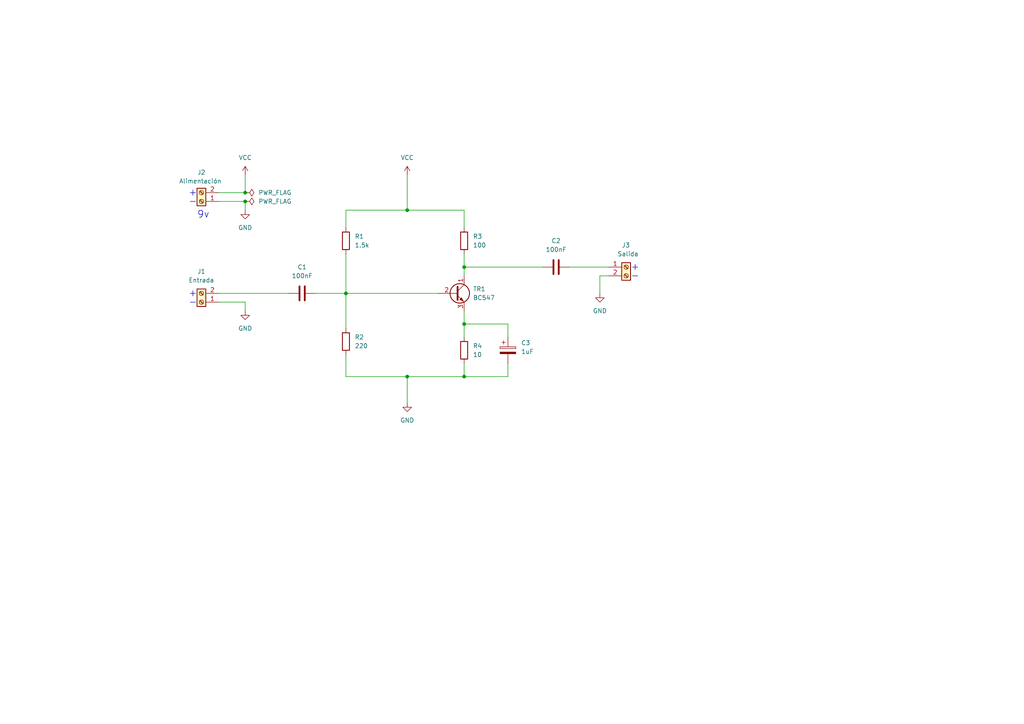
<source format=kicad_sch>
(kicad_sch (version 20230121) (generator eeschema)
  (paper "A4")
  (title_block (title "Amplificador de pequeña señal") (date "2024-05-08") (company "Alejandro Alonso Puig"))
  (lib_symbols
    (symbol "Connector:Screw_Terminal_01x02" (pin_names (offset 1.016) hide)
      (property "Reference" "J" (at 0 2.54 0))
      (property "Value" "Screw_Terminal_01x02" (at 0 -5.08 0))
      (symbol "Screw_Terminal_01x02_1_1"
        (rectangle (start -1.27 1.27) (end 1.27 -3.81) (stroke (width 0.254)) (fill (type background)))
        (circle (center 0 -2.54) (radius 0.635) (stroke (width 0.1524)))
        (polyline (pts (xy -0.5334 -2.2098) (xy 0.3302 -3.048)) (stroke (width 0.1524)))
        (polyline (pts (xy -0.5334 0.3302) (xy 0.3302 -0.508)) (stroke (width 0.1524)))
        (polyline (pts (xy -0.3556 -2.032) (xy 0.508 -2.8702)) (stroke (width 0.1524)))
        (polyline (pts (xy -0.3556 0.508) (xy 0.508 -0.3302)) (stroke (width 0.1524)))
        (circle (center 0 0) (radius 0.635) (stroke (width 0.1524)))
        (pin passive line (at -5.08 0 0) (length 3.81) (name "Pin_1") (number "1"))
        (pin passive line (at -5.08 -2.54 0) (length 3.81) (name "Pin_2") (number "2"))
      )
    )
    (symbol "Device:C" (pin_numbers hide) (pin_names (offset 0.254))
      (property "Reference" "C" (at 0.635 2.54 0))
      (property "Value" "C" (at 0.635 -2.54 0))
      (symbol "C_0_1"
        (polyline (pts (xy -2.032 -0.762) (xy 2.032 -0.762)) (stroke (width 0.508)))
        (polyline (pts (xy -2.032 0.762) (xy 2.032 0.762)) (stroke (width 0.508)))
      )
      (symbol "C_1_1"
        (pin passive line (at 0 3.81 270) (length 2.794) (name "~") (number "1"))
        (pin passive line (at 0 -3.81 90) (length 2.794) (name "~") (number "2"))
      )
    )
    (symbol "Device:C_Polarized" (pin_numbers hide) (pin_names (offset 0.254))
      (property "Reference" "C" (at 0.635 2.54 0))
      (property "Value" "C_Polarized" (at 0.635 -2.54 0))
      (symbol "C_Polarized_0_1"
        (rectangle (start -2.286 0.508) (end 2.286 1.016))
        (polyline (pts (xy -1.778 2.286) (xy -0.762 2.286)))
        (polyline (pts (xy -1.27 2.794) (xy -1.27 1.778)))
        (rectangle (start 2.286 -0.508) (end -2.286 -1.016) (fill (type outline)))
      )
      (symbol "C_Polarized_1_1"
        (pin passive line (at 0 3.81 270) (length 2.794) (name "~") (number "1"))
        (pin passive line (at 0 -3.81 90) (length 2.794) (name "~") (number "2"))
      )
    )
    (symbol "Device:R" (pin_numbers hide) (pin_names (offset 0))
      (property "Reference" "R" (at 2.032 0 90))
      (property "Value" "R" (at 0 0 90))
      (symbol "R_0_1"
        (rectangle (start -1.016 -2.54) (end 1.016 2.54) (stroke (width 0.254)))
      )
      (symbol "R_1_1"
        (pin passive line (at 0 3.81 270) (length 1.27) (name "~") (number "1"))
        (pin passive line (at 0 -3.81 90) (length 1.27) (name "~") (number "2"))
      )
    )
    (symbol "Transistor_BJT:BC547" (pin_names (offset 0) hide)
      (property "Reference" "Q" (at 5.08 1.905 0))
      (property "Value" "BC547" (at 5.08 0 0))
      (symbol "BC547_0_1"
        (polyline (pts (xy 0 0) (xy 0.635 0)))
        (polyline (pts (xy 0.635 0.635) (xy 2.54 2.54)))
        (polyline (pts (xy 0.635 -0.635) (xy 2.54 -2.54) (xy 2.54 -2.54)))
        (polyline (pts (xy 0.635 1.905) (xy 0.635 -1.905) (xy 0.635 -1.905)) (stroke (width 0.508)))
        (polyline (pts (xy 1.27 -1.778) (xy 1.778 -1.27) (xy 2.286 -2.286) (xy 1.27 -1.778) (xy 1.27 -1.778)) (fill (type outline)))
        (circle (center 1.27 0) (radius 2.8194) (stroke (width 0.254)))
      )
      (symbol "BC547_1_1"
        (pin passive line (at 2.54 5.08 270) (length 2.54) (name "C") (number "1"))
        (pin input line (at -5.08 0 0) (length 5.08) (name "B") (number "2"))
        (pin passive line (at 2.54 -5.08 90) (length 2.54) (name "E") (number "3"))
      )
    )
    (symbol "power:GND" (power) (pin_names (offset 0))
      (property "Value" "GND" (at 0 -3.81 0))
      (symbol "GND_0_1"
        (polyline (pts (xy 0 0) (xy 0 -1.27) (xy 1.27 -1.27) (xy 0 -2.54) (xy -1.27 -1.27) (xy 0 -1.27)))
      )
      (symbol "GND_1_1"
        (pin power_in line (at 0 0 270) (length 0) hide (name "GND") (number "1"))
      )
    )
    (symbol "power:PWR_FLAG" (power) (pin_numbers hide) (pin_names (offset 0) hide)
      (property "Value" "PWR_FLAG" (at 0 3.81 0))
      (symbol "PWR_FLAG_0_0"
        (pin power_out line (at 0 0 90) (length 0) (name "pwr") (number "1"))
      )
      (symbol "PWR_FLAG_0_1"
        (polyline (pts (xy 0 0) (xy 0 1.27) (xy -1.016 1.905) (xy 0 2.54) (xy 1.016 1.905) (xy 0 1.27)))
      )
    )
    (symbol "power:VCC" (power) (pin_names (offset 0))
      (property "Value" "VCC" (at 0 3.81 0))
      (symbol "VCC_0_1"
        (polyline (pts (xy -0.762 1.27) (xy 0 2.54)))
        (polyline (pts (xy 0 0) (xy 0 2.54)))
        (polyline (pts (xy 0 2.54) (xy 0.762 1.27)))
      )
      (symbol "VCC_1_1"
        (pin power_in line (at 0 0 90) (length 0) hide (name "VCC") (number "1"))
      )
    )
  )
  (junction (at 118.11 60.96))
  (junction (at 134.62 109.22))
  (junction (at 134.62 93.98))
  (junction (at 71.12 55.88))
  (junction (at 134.62 77.47))
  (junction (at 71.12 58.42))
  (junction (at 118.11 109.22))
  (junction (at 100.33 85.09))
  (wire (pts (xy 173.99 80.01) (xy 173.99 85.09)))
  (wire (pts (xy 176.53 80.01) (xy 173.99 80.01)))
  (wire (pts (xy 100.33 85.09) (xy 100.33 95.25)))
  (wire (pts (xy 100.33 85.09) (xy 127 85.09)))
  (wire (pts (xy 100.33 60.96) (xy 118.11 60.96)))
  (wire (pts (xy 71.12 58.42) (xy 71.12 60.96)))
  (wire (pts (xy 134.62 73.66) (xy 134.62 77.47)))
  (wire (pts (xy 118.11 50.8) (xy 118.11 60.96)))
  (wire (pts (xy 63.5 87.63) (xy 71.12 87.63)))
  (wire (pts (xy 118.11 109.22) (xy 118.11 116.84)))
  (wire (pts (xy 147.32 93.98) (xy 134.62 93.98)))
  (wire (pts (xy 134.62 60.96) (xy 134.62 66.04)))
  (wire (pts (xy 100.33 109.22) (xy 118.11 109.22)))
  (wire (pts (xy 71.12 87.63) (xy 71.12 90.17)))
  (wire (pts (xy 147.32 109.22) (xy 134.62 109.22)))
  (wire (pts (xy 118.11 60.96) (xy 134.62 60.96)))
  (wire (pts (xy 63.5 85.09) (xy 83.82 85.09)))
  (wire (pts (xy 134.62 77.47) (xy 134.62 80.01)))
  (wire (pts (xy 91.44 85.09) (xy 100.33 85.09)))
  (wire (pts (xy 134.62 77.47) (xy 157.48 77.47)))
  (wire (pts (xy 147.32 97.79) (xy 147.32 93.98)))
  (wire (pts (xy 134.62 109.22) (xy 134.62 105.41)))
  (wire (pts (xy 165.1 77.47) (xy 176.53 77.47)))
  (wire (pts (xy 134.62 93.98) (xy 134.62 97.79)))
  (wire (pts (xy 147.32 105.41) (xy 147.32 109.22)))
  (wire (pts (xy 63.5 58.42) (xy 71.12 58.42)))
  (wire (pts (xy 100.33 66.04) (xy 100.33 60.96)))
  (wire (pts (xy 134.62 90.17) (xy 134.62 93.98)))
  (wire (pts (xy 100.33 85.09) (xy 100.33 73.66)))
  (wire (pts (xy 71.12 55.88) (xy 71.12 50.8)))
  (wire (pts (xy 100.33 102.87) (xy 100.33 109.22)))
  (wire (pts (xy 63.5 55.88) (xy 71.12 55.88)))
  (wire (pts (xy 118.11 109.22) (xy 134.62 109.22)))
  (text "-" (at 54.61 59.69 0) (effects (font (size 2 2)) (justify left bottom)))
  (text "+" (at 54.61 86.36 0) (effects (font (size 2 2)) (justify left bottom)))
  (text "9v" (at 57.15 63.5 0) (effects (font (size 2 2)) (justify left bottom)))
  (text "+" (at 54.61 57.15 0) (effects (font (size 2 2)) (justify left bottom)))
  (text "+" (at 182.88 78.74 0) (effects (font (size 2 2)) (justify left bottom)))
  (text "-" (at 54.61 88.9 0) (effects (font (size 2 2)) (justify left bottom)))
  (text "-" (at 182.88 81.28 0) (effects (font (size 2 2)) (justify left bottom)))
  (symbol (lib_id "power:PWR_FLAG") (at 71.12 55.88 270) (unit 1)
    (property "Reference" "#FLG01" (effects hide))
    (property "Value" "PWR_FLAG" (at 74.93 55.88 90) (effects (justify left)))
  )
  (symbol (lib_id "Connector:Screw_Terminal_01x02") (at 181.61 77.47 0) (unit 1)
    (property "Reference" "J3" (at 180.34 71.12 0) (effects (justify left)))
    (property "Value" "Salida" (at 179.07 73.66 0) (effects (justify left)))
    (property "Footprint" "TerminalBlock_Phoenix:TerminalBlock_Phoenix_PT-1,5-2-5.0-H_1x02_P5.00mm_Horizontal" (effects hide))
  )
  (symbol (lib_id "Connector:Screw_Terminal_01x02") (at 58.42 87.63 180) (unit 1)
    (property "Reference" "J1" (at 58.42 78.74 0))
    (property "Value" "Entrada" (at 58.42 81.28 0))
    (property "Footprint" "TerminalBlock_Phoenix:TerminalBlock_Phoenix_PT-1,5-2-5.0-H_1x02_P5.00mm_Horizontal" (effects hide))
  )
  (symbol (lib_id "Device:R") (at 134.62 69.85 0) (unit 1)
    (property "Reference" "R3" (at 137.16 68.58 0) (effects (justify left)))
    (property "Value" "100" (at 137.16 71.12 0) (effects (justify left)))
    (property "Footprint" "Resistor_THT:R_Axial_DIN0207_L6.3mm_D2.5mm_P10.16mm_Horizontal" (effects hide))
  )
  (symbol (lib_id "Connector:Screw_Terminal_01x02") (at 58.42 58.42 180) (unit 1)
    (property "Reference" "J2" (at 58.42 49.9951 0))
    (property "Value" "Alimentación" (at 58.106 52.5351 0))
    (property "Footprint" "TerminalBlock_Phoenix:TerminalBlock_Phoenix_PT-1,5-2-5.0-H_1x02_P5.00mm_Horizontal" (effects hide))
  )
  (symbol (lib_id "power:GND") (at 118.11 116.84 0) (unit 1)
    (property "Reference" "#PWR06" (effects hide))
    (property "Value" "GND" (at 118.11 121.92 0))
  )
  (symbol (lib_id "Device:C") (at 161.29 77.47 270) (unit 1)
    (property "Reference" "C2" (at 161.29 69.85 90))
    (property "Value" "100nF" (at 161.29 72.39 90))
    (property "Footprint" "Capacitor_THT:C_Disc_D7.5mm_W2.5mm_P5.00mm" (effects hide))
  )
  (symbol (lib_id "Device:C_Polarized") (at 147.32 101.6 0) (unit 1)
    (property "Reference" "C3" (at 151.13 99.441 0) (effects (justify left)))
    (property "Value" "1uF" (at 151.13 101.981 0) (effects (justify left)))
    (property "Footprint" "Capacitor_THT:C_Radial_D4.0mm_H7.0mm_P1.50mm" (effects hide))
  )
  (symbol (lib_id "power:GND") (at 71.12 60.96 0) (unit 1)
    (property "Reference" "#PWR02" (effects hide))
    (property "Value" "GND" (at 71.12 66.04 0))
  )
  (symbol (lib_id "Device:R") (at 100.33 99.06 0) (unit 1)
    (property "Reference" "R2" (at 102.87 97.79 0) (effects (justify left)))
    (property "Value" "220" (at 102.87 100.33 0) (effects (justify left)))
    (property "Footprint" "Resistor_THT:R_Axial_DIN0207_L6.3mm_D2.5mm_P10.16mm_Horizontal" (effects hide))
  )
  (symbol (lib_id "Device:R") (at 134.62 101.6 0) (unit 1)
    (property "Reference" "R4" (at 137.16 100.33 0) (effects (justify left)))
    (property "Value" "10" (at 137.16 102.87 0) (effects (justify left)))
    (property "Footprint" "Resistor_THT:R_Axial_DIN0207_L6.3mm_D2.5mm_P10.16mm_Horizontal" (effects hide))
  )
  (symbol (lib_id "power:VCC") (at 118.11 50.8 0) (unit 1)
    (property "Reference" "#PWR05" (effects hide))
    (property "Value" "VCC" (at 118.11 45.72 0))
  )
  (symbol (lib_id "Device:R") (at 100.33 69.85 0) (unit 1)
    (property "Reference" "R1" (at 102.87 68.58 0) (effects (justify left)))
    (property "Value" "1.5k" (at 102.87 71.12 0) (effects (justify left)))
    (property "Footprint" "Resistor_THT:R_Axial_DIN0207_L6.3mm_D2.5mm_P10.16mm_Horizontal" (effects hide))
  )
  (symbol (lib_id "Transistor_BJT:BC547") (at 132.08 85.09 0) (unit 1)
    (property "Reference" "TR1" (at 137.16 83.82 0) (effects (justify left)))
    (property "Value" "BC547" (at 137.16 86.36 0) (effects (justify left)))
    (property "Footprint" "Package_TO_SOT_THT:TO-92_Inline" (effects hide))
    (property "Datasheet" "https://www.onsemi.com/pub/Collateral/BC550-D.pdf" (effects hide))
  )
  (symbol (lib_id "power:GND") (at 173.99 85.09 0) (unit 1)
    (property "Reference" "#PWR04" (effects hide))
    (property "Value" "GND" (at 173.99 90.17 0))
  )
  (symbol (lib_id "Device:C") (at 87.63 85.09 270) (unit 1)
    (property "Reference" "C1" (at 87.63 77.47 90))
    (property "Value" "100nF" (at 87.63 80.01 90))
    (property "Footprint" "Capacitor_THT:C_Disc_D7.5mm_W2.5mm_P5.00mm" (effects hide))
  )
  (symbol (lib_id "power:VCC") (at 71.12 50.8 0) (unit 1)
    (property "Reference" "#PWR01" (effects hide))
    (property "Value" "VCC" (at 71.12 45.72 0))
  )
  (symbol (lib_id "power:GND") (at 71.12 90.17 0) (unit 1)
    (property "Reference" "#PWR03" (effects hide))
    (property "Value" "GND" (at 71.12 95.25 0))
  )
  (symbol (lib_id "power:PWR_FLAG") (at 71.12 58.42 270) (unit 1)
    (property "Reference" "#FLG02" (effects hide))
    (property "Value" "PWR_FLAG" (at 74.93 58.42 90) (effects (justify left)))
  )
)
</source>
